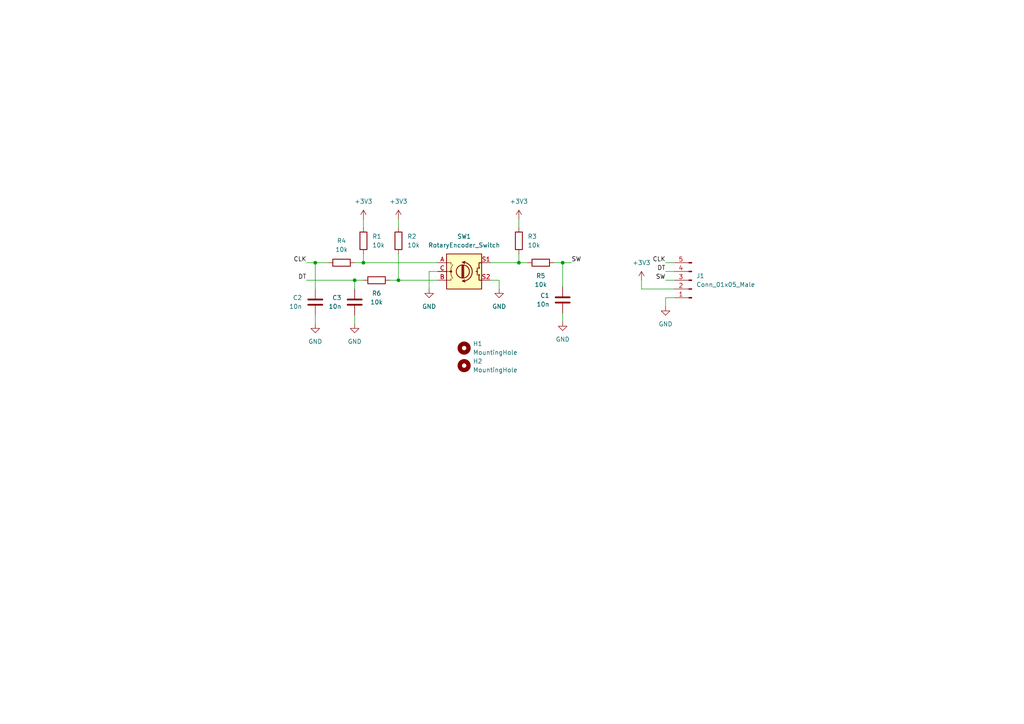
<source format=kicad_sch>
(kicad_sch (version 20211123) (generator eeschema)
  (paper "A4")
  (title_block (rev "1") (comment 1 "Design for JLCPCB 1-2 Layer Service"))
  (lib_symbols
    (symbol "Connector:Conn_01x05_Male" (pin_names (offset 1.016) hide)
      (property "Reference" "J" (at 0 7.62 0))
      (property "Value" "Conn_01x05_Male" (at 0 -7.62 0))
      (symbol "Conn_01x05_Male_1_1"
        (polyline (pts (xy 1.27 -5.08) (xy 0.8636 -5.08)) (stroke (width 0.1524)))
        (polyline (pts (xy 1.27 -2.54) (xy 0.8636 -2.54)) (stroke (width 0.1524)))
        (polyline (pts (xy 1.27 0) (xy 0.8636 0)) (stroke (width 0.1524)))
        (polyline (pts (xy 1.27 2.54) (xy 0.8636 2.54)) (stroke (width 0.1524)))
        (polyline (pts (xy 1.27 5.08) (xy 0.8636 5.08)) (stroke (width 0.1524)))
        (rectangle (start 0.8636 -4.953) (end 0 -5.207) (stroke (width 0.1524)) (fill (type outline)))
        (rectangle (start 0.8636 -2.413) (end 0 -2.667) (stroke (width 0.1524)) (fill (type outline)))
        (rectangle (start 0.8636 0.127) (end 0 -0.127) (stroke (width 0.1524)) (fill (type outline)))
        (rectangle (start 0.8636 2.667) (end 0 2.413) (stroke (width 0.1524)) (fill (type outline)))
        (rectangle (start 0.8636 5.207) (end 0 4.953) (stroke (width 0.1524)) (fill (type outline)))
        (pin passive line (at 5.08 5.08 180) (length 3.81) (name "Pin_1") (number "1"))
        (pin passive line (at 5.08 2.54 180) (length 3.81) (name "Pin_2") (number "2"))
        (pin passive line (at 5.08 0 180) (length 3.81) (name "Pin_3") (number "3"))
        (pin passive line (at 5.08 -2.54 180) (length 3.81) (name "Pin_4") (number "4"))
        (pin passive line (at 5.08 -5.08 180) (length 3.81) (name "Pin_5") (number "5"))
      )
    )
    (symbol "Device:C" (pin_numbers hide) (pin_names (offset 0.254))
      (property "Reference" "C" (at 0.635 2.54 0))
      (property "Value" "C" (at 0.635 -2.54 0))
      (symbol "C_0_1"
        (polyline (pts (xy -2.032 -0.762) (xy 2.032 -0.762)) (stroke (width 0.508)))
        (polyline (pts (xy -2.032 0.762) (xy 2.032 0.762)) (stroke (width 0.508)))
      )
      (symbol "C_1_1"
        (pin passive line (at 0 3.81 270) (length 2.794) (name "~") (number "1"))
        (pin passive line (at 0 -3.81 90) (length 2.794) (name "~") (number "2"))
      )
    )
    (symbol "Device:R" (pin_numbers hide) (pin_names (offset 0))
      (property "Reference" "R" (at 2.032 0 90))
      (property "Value" "R" (at 0 0 90))
      (symbol "R_0_1"
        (rectangle (start -1.016 -2.54) (end 1.016 2.54) (stroke (width 0.254)))
      )
      (symbol "R_1_1"
        (pin passive line (at 0 3.81 270) (length 1.27) (name "~") (number "1"))
        (pin passive line (at 0 -3.81 90) (length 1.27) (name "~") (number "2"))
      )
    )
    (symbol "Device:RotaryEncoder_Switch" (pin_names (offset 0.254) hide)
      (property "Reference" "SW" (at 0 6.604 0))
      (property "Value" "RotaryEncoder_Switch" (at 0 -6.604 0))
      (symbol "RotaryEncoder_Switch_0_1"
        (rectangle (start -5.08 5.08) (end 5.08 -5.08) (stroke (width 0.254)) (fill (type background)))
        (circle (center -3.81 0) (radius 0.254) (fill (type outline)))
        (arc (start -0.381 -2.794) (mid 2.3622 -0.0508) (end -0.381 2.667) (stroke (width 0.254)))
        (circle (center -0.381 0) (radius 1.905) (stroke (width 0.254)))
        (polyline (pts (xy -0.635 -1.778) (xy -0.635 1.778)) (stroke (width 0.254)))
        (polyline (pts (xy -0.381 -1.778) (xy -0.381 1.778)) (stroke (width 0.254)))
        (polyline (pts (xy -0.127 1.778) (xy -0.127 -1.778)) (stroke (width 0.254)))
        (polyline (pts (xy 3.81 0) (xy 3.429 0)) (stroke (width 0.254)))
        (polyline (pts (xy 3.81 1.016) (xy 3.81 -1.016)) (stroke (width 0.254)))
        (polyline (pts (xy -5.08 -2.54) (xy -3.81 -2.54) (xy -3.81 -2.032)))
        (polyline (pts (xy -5.08 2.54) (xy -3.81 2.54) (xy -3.81 2.032)))
        (polyline (pts (xy 0.254 -3.048) (xy -0.508 -2.794) (xy 0.127 -2.413)) (stroke (width 0.254)))
        (polyline (pts (xy 0.254 2.921) (xy -0.508 2.667) (xy 0.127 2.286)) (stroke (width 0.254)))
        (polyline (pts (xy 5.08 -2.54) (xy 4.318 -2.54) (xy 4.318 -1.016)) (stroke (width 0.254)))
        (polyline (pts (xy 5.08 2.54) (xy 4.318 2.54) (xy 4.318 1.016)) (stroke (width 0.254)))
        (polyline (pts (xy -5.08 0) (xy -3.81 0) (xy -3.81 -1.016) (xy -3.302 -2.032)))
        (polyline (pts (xy -4.318 0) (xy -3.81 0) (xy -3.81 1.016) (xy -3.302 2.032)))
        (circle (center 4.318 -1.016) (radius 0.127) (stroke (width 0.254)))
        (circle (center 4.318 1.016) (radius 0.127) (stroke (width 0.254)))
      )
      (symbol "RotaryEncoder_Switch_1_1"
        (pin passive line (at -7.62 2.54 0) (length 2.54) (name "A") (number "A"))
        (pin passive line (at -7.62 -2.54 0) (length 2.54) (name "B") (number "B"))
        (pin passive line (at -7.62 0 0) (length 2.54) (name "C") (number "C"))
        (pin passive line (at 7.62 2.54 180) (length 2.54) (name "S1") (number "S1"))
        (pin passive line (at 7.62 -2.54 180) (length 2.54) (name "S2") (number "S2"))
      )
    )
    (symbol "Mechanical:MountingHole" (pin_names (offset 1.016))
      (property "Reference" "H" (at 0 5.08 0))
      (property "Value" "MountingHole" (at 0 3.175 0))
      (symbol "MountingHole_0_1"
        (circle (center 0 0) (radius 1.27) (stroke (width 1.27)))
      )
    )
    (symbol "power:+3V3" (power) (pin_names (offset 0))
      (property "Value" "+3V3" (at 0 3.556 0))
      (symbol "+3V3_0_1"
        (polyline (pts (xy -0.762 1.27) (xy 0 2.54)))
        (polyline (pts (xy 0 0) (xy 0 2.54)))
        (polyline (pts (xy 0 2.54) (xy 0.762 1.27)))
      )
      (symbol "+3V3_1_1"
        (pin power_in line (at 0 0 90) (length 0) hide (name "+3V3") (number "1"))
      )
    )
    (symbol "power:GND" (power) (pin_names (offset 0))
      (property "Value" "GND" (at 0 -3.81 0))
      (symbol "GND_0_1"
        (polyline (pts (xy 0 0) (xy 0 -1.27) (xy 1.27 -1.27) (xy 0 -2.54) (xy -1.27 -1.27) (xy 0 -1.27)))
      )
      (symbol "GND_1_1"
        (pin power_in line (at 0 0 270) (length 0) hide (name "GND") (number "1"))
      )
    )
  )
  (junction (at 105.41 76.2))
  (junction (at 115.57 81.28))
  (junction (at 102.87 81.28))
  (junction (at 163.195 76.2))
  (junction (at 91.44 76.2))
  (junction (at 150.495 76.2))
  (wire (pts (xy 193.04 81.28) (xy 195.58 81.28)))
  (wire (pts (xy 150.495 63.5) (xy 150.495 66.04)))
  (wire (pts (xy 153.035 76.2) (xy 150.495 76.2)))
  (wire (pts (xy 88.9 81.28) (xy 102.87 81.28)))
  (wire (pts (xy 102.87 81.28) (xy 105.41 81.28)))
  (wire (pts (xy 144.78 83.82) (xy 144.78 81.28)))
  (wire (pts (xy 193.04 88.9) (xy 193.04 86.36)))
  (wire (pts (xy 142.24 76.2) (xy 150.495 76.2)))
  (wire (pts (xy 163.195 76.2) (xy 165.735 76.2)))
  (wire (pts (xy 150.495 73.66) (xy 150.495 76.2)))
  (wire (pts (xy 105.41 76.2) (xy 127 76.2)))
  (wire (pts (xy 144.78 81.28) (xy 142.24 81.28)))
  (wire (pts (xy 91.44 76.2) (xy 95.25 76.2)))
  (wire (pts (xy 102.87 76.2) (xy 105.41 76.2)))
  (wire (pts (xy 193.04 86.36) (xy 195.58 86.36)))
  (wire (pts (xy 115.57 73.66) (xy 115.57 81.28)))
  (wire (pts (xy 105.41 63.5) (xy 105.41 66.04)))
  (wire (pts (xy 193.04 76.2) (xy 195.58 76.2)))
  (wire (pts (xy 163.195 83.185) (xy 163.195 76.2)))
  (wire (pts (xy 91.44 91.44) (xy 91.44 93.98)))
  (wire (pts (xy 102.87 91.44) (xy 102.87 93.98)))
  (wire (pts (xy 186.055 81.28) (xy 186.055 83.82)))
  (wire (pts (xy 91.44 83.82) (xy 91.44 76.2)))
  (wire (pts (xy 193.04 78.74) (xy 195.58 78.74)))
  (wire (pts (xy 88.9 76.2) (xy 91.44 76.2)))
  (wire (pts (xy 105.41 73.66) (xy 105.41 76.2)))
  (wire (pts (xy 102.87 83.82) (xy 102.87 81.28)))
  (wire (pts (xy 163.195 90.805) (xy 163.195 93.345)))
  (wire (pts (xy 124.46 78.74) (xy 127 78.74)))
  (wire (pts (xy 115.57 63.5) (xy 115.57 66.04)))
  (wire (pts (xy 113.03 81.28) (xy 115.57 81.28)))
  (wire (pts (xy 186.055 83.82) (xy 195.58 83.82)))
  (wire (pts (xy 124.46 83.82) (xy 124.46 78.74)))
  (wire (pts (xy 163.195 76.2) (xy 160.655 76.2)))
  (wire (pts (xy 115.57 81.28) (xy 127 81.28)))
  (label "DT" (at 193.04 78.74 180))
  (label "SW" (at 193.04 81.28 180))
  (label "SW" (at 165.735 76.2 0))
  (label "DT" (at 88.9 81.28 180))
  (label "CLK" (at 88.9 76.2 180))
  (label "CLK" (at 193.04 76.2 180))
  (symbol (lib_id "power:+3V3") (at 105.41 63.5 0) (unit 1)
    (property "Reference" "#PWR01" (effects hide))
    (property "Value" "+3V3" (at 105.41 58.42 0))
  )
  (symbol (lib_id "Device:R") (at 115.57 69.85 0) (unit 1)
    (property "Reference" "R2" (at 118.11 68.5799 0) (effects (justify left)))
    (property "Value" "10k" (at 118.11 71.1199 0) (effects (justify left)))
    (property "Footprint" "Resistor_SMD:R_0603_1608Metric_Pad0.98x0.95mm_HandSolder" (effects hide))
  )
  (symbol (lib_id "power:+3V3") (at 150.495 63.5 0) (mirror y) (unit 1)
    (property "Reference" "#PWR03" (effects hide))
    (property "Value" "+3V3" (at 150.495 58.42 0))
  )
  (symbol (lib_id "Device:C") (at 91.44 87.63 0) (mirror x) (unit 1)
    (property "Reference" "C2" (at 87.63 86.3599 0) (effects (justify right)))
    (property "Value" "10n" (at 87.63 88.8999 0) (effects (justify right)))
    (property "Footprint" "Capacitor_SMD:C_0603_1608Metric_Pad1.08x0.95mm_HandSolder" (effects hide))
  )
  (symbol (lib_id "Mechanical:MountingHole") (at 134.62 106.045 0) (unit 1)
    (property "Reference" "H2" (at 137.16 104.7749 0) (effects (justify left)))
    (property "Value" "MountingHole" (at 137.16 107.3149 0) (effects (justify left)))
    (property "Footprint" "MountingHole:MountingHole_2.7mm_M2.5" (effects hide))
  )
  (symbol (lib_id "Device:R") (at 105.41 69.85 0) (unit 1)
    (property "Reference" "R1" (at 107.95 68.5799 0) (effects (justify left)))
    (property "Value" "10k" (at 107.95 71.1199 0) (effects (justify left)))
    (property "Footprint" "Resistor_SMD:R_0603_1608Metric_Pad0.98x0.95mm_HandSolder" (effects hide))
  )
  (symbol (lib_id "power:GND") (at 163.195 93.345 0) (mirror y) (unit 1)
    (property "Reference" "#PWR06" (effects hide))
    (property "Value" "GND" (at 163.195 98.425 0))
  )
  (symbol (lib_id "Connector:Conn_01x05_Male") (at 200.66 81.28 180) (unit 1)
    (property "Reference" "J1" (at 201.93 80.0099 0) (effects (justify right)))
    (property "Value" "Conn_01x05_Male" (at 201.93 82.5499 0) (effects (justify right)))
    (property "Footprint" "Connector_PinHeader_2.54mm:PinHeader_1x05_P2.54mm_Vertical" (effects hide))
  )
  (symbol (lib_id "power:GND") (at 193.04 88.9 0) (unit 1)
    (property "Reference" "#PWR010" (effects hide))
    (property "Value" "GND" (at 193.04 93.98 0))
  )
  (symbol (lib_id "power:+3V3") (at 115.57 63.5 0) (unit 1)
    (property "Reference" "#PWR02" (effects hide))
    (property "Value" "+3V3" (at 115.57 58.42 0))
  )
  (symbol (lib_id "power:GND") (at 124.46 83.82 0) (unit 1)
    (property "Reference" "#PWR04" (effects hide))
    (property "Value" "GND" (at 124.46 88.9 0))
  )
  (symbol (lib_id "Device:R") (at 150.495 69.85 0) (mirror y) (unit 1)
    (property "Reference" "R3" (at 153.035 68.5799 0) (effects (justify right)))
    (property "Value" "10k" (at 153.035 71.1199 0) (effects (justify right)))
    (property "Footprint" "Resistor_SMD:R_0603_1608Metric_Pad0.98x0.95mm_HandSolder" (effects hide))
  )
  (symbol (lib_id "Device:R") (at 109.22 81.28 90) (unit 1)
    (property "Reference" "R6" (at 109.22 85.09 90))
    (property "Value" "10k" (at 109.22 87.63 90))
    (property "Footprint" "Resistor_SMD:R_0603_1608Metric_Pad0.98x0.95mm_HandSolder" (effects hide))
  )
  (symbol (lib_id "power:GND") (at 144.78 83.82 0) (unit 1)
    (property "Reference" "#PWR05" (effects hide))
    (property "Value" "GND" (at 144.78 88.9 0))
  )
  (symbol (lib_id "Device:R") (at 99.06 76.2 90) (unit 1)
    (property "Reference" "R4" (at 99.06 69.85 90))
    (property "Value" "10k" (at 99.06 72.39 90))
    (property "Footprint" "Resistor_SMD:R_0603_1608Metric_Pad0.98x0.95mm_HandSolder" (effects hide))
  )
  (symbol (lib_id "power:+3V3") (at 186.055 81.28 0) (unit 1)
    (property "Reference" "#PWR09" (effects hide))
    (property "Value" "+3V3" (at 186.055 76.2 0))
  )
  (symbol (lib_id "Device:C") (at 163.195 86.995 0) (mirror y) (unit 1)
    (property "Reference" "C1" (at 159.385 85.7249 0) (effects (justify left)))
    (property "Value" "10n" (at 159.385 88.2649 0) (effects (justify left)))
    (property "Footprint" "Capacitor_SMD:C_0603_1608Metric_Pad1.08x0.95mm_HandSolder" (effects hide))
  )
  (symbol (lib_id "Device:C") (at 102.87 87.63 0) (unit 1)
    (property "Reference" "C3" (at 99.06 86.3599 0) (effects (justify right)))
    (property "Value" "10n" (at 99.06 88.8999 0) (effects (justify right)))
    (property "Footprint" "Capacitor_SMD:C_0603_1608Metric_Pad1.08x0.95mm_HandSolder" (effects hide))
  )
  (symbol (lib_id "Device:RotaryEncoder_Switch") (at 134.62 78.74 0) (unit 1)
    (property "Reference" "SW1" (at 134.62 68.58 0))
    (property "Value" "RotaryEncoder_Switch" (at 134.62 71.12 0))
    (property "Footprint" "Rotary_Encoder:RotaryEncoder_Alps_EC12E-Switch_Vertical_H20mm" (effects hide))
  )
  (symbol (lib_id "Mechanical:MountingHole") (at 134.62 100.965 0) (unit 1)
    (property "Reference" "H1" (at 137.16 99.6949 0) (effects (justify left)))
    (property "Value" "MountingHole" (at 137.16 102.2349 0) (effects (justify left)))
    (property "Footprint" "MountingHole:MountingHole_2.7mm_M2.5" (effects hide))
  )
  (symbol (lib_id "power:GND") (at 102.87 93.98 0) (unit 1)
    (property "Reference" "#PWR08" (effects hide))
    (property "Value" "GND" (at 102.87 99.06 0))
  )
  (symbol (lib_id "Device:R") (at 156.845 76.2 270) (mirror x) (unit 1)
    (property "Reference" "R5" (at 156.845 80.01 90))
    (property "Value" "10k" (at 156.845 82.55 90))
    (property "Footprint" "Resistor_SMD:R_0603_1608Metric_Pad0.98x0.95mm_HandSolder" (effects hide))
  )
  (symbol (lib_id "power:GND") (at 91.44 93.98 0) (unit 1)
    (property "Reference" "#PWR07" (effects hide))
    (property "Value" "GND" (at 91.44 99.06 0))
  )
)
</source>
